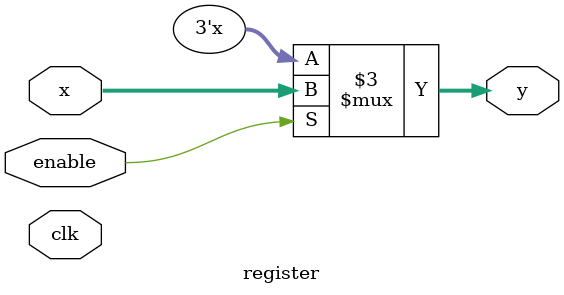
<source format=v>
module register(x, clk, enable, y);
    //4-bit register
    //given in lecture 10 - modified
    input [2:0] x;
    input clk, enable;
    output reg [2:0] y;

    always @(clk or  enable) begin
        if (enable == 1'b1)
            y <= x; 
        
    end

endmodule
</source>
